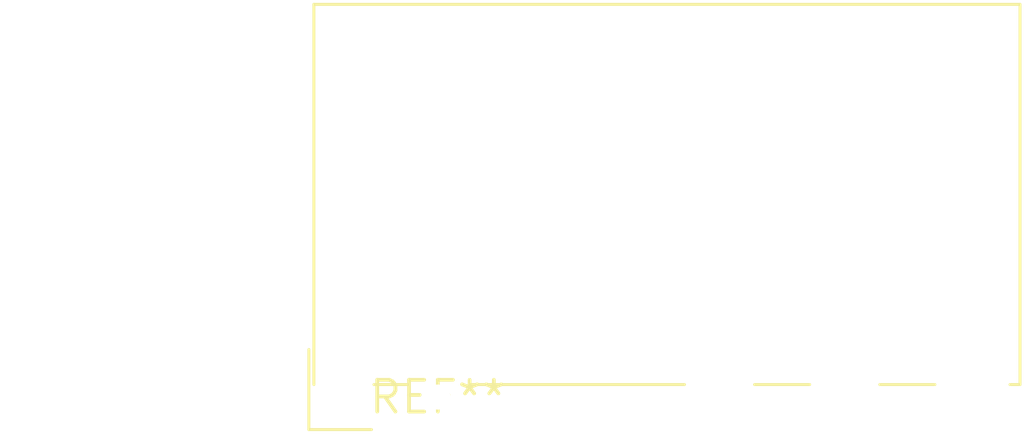
<source format=kicad_pcb>
(kicad_pcb (version 20240108) (generator pcbnew)
  (layers (0 "F.Cu" signal) (31 "B.Cu" signal) (34 "B.Paste" user) (35 "F.Paste" user) (36 "B.SilkS" user "B.Silkscreen") (37 "F.SilkS" user "F.Silkscreen") (38 "B.Mask" user) (39 "F.Mask" user) (44 "Edge.Cuts" user))
  (net 0 "")
  (footprint "Relay_SPDT_Finder_34.51_Horizontal" (layer "F.Cu") (at 0 0)
    (property "Reference" "REF**")
    (property "Value" "Relay_SPDT_Finder_34.51_Horizontal")
    (fp_line (start -5.15 -1.9) (end -5.15 1.3) (layer "F.SilkS") (stroke (width 0.12)))
    (fp_line (start -5.15 1.3) (end -2.65 1.3) (layer "F.SilkS") (stroke (width 0.12)))
    (fp_line (start -4.95 -15.7) (end 23.25 -15.7) (layer "F.SilkS") (stroke (width 0.12)))
    (fp_line (start -4.95 -0.5) (end -4.95 -15.7) (layer "F.SilkS") (stroke (width 0.12)))
    (fp_line (start -1.25 -0.5) (end -2.55 -0.5) (layer "F.SilkS") (stroke (width 0.12)))
    (fp_line (start 9.85 -0.5) (end 1.25 -0.5) (layer "F.SilkS") (stroke (width 0.12)))
    (fp_line (start 14.85 -0.5) (end 12.65 -0.5) (layer "F.SilkS") (stroke (width 0.12)))
    (fp_line (start 19.85 -0.5) (end 17.65 -0.5) (layer "F.SilkS") (stroke (width 0.12)))
    (fp_line (start 23.25 -15.7) (end 23.25 -0.5) (layer "F.SilkS") (stroke (width 0.12)))
    (fp_line (start 23.25 -0.5) (end 22.85 -0.5) (layer "F.SilkS") (stroke (width 0.12)))
    (pad "11" thru_hole circle (at 16.25 0) (size 2.4 2.4) (drill 1.3) (layers *.Cu *.Mask) (remove_unused_layers))
    (pad "12" thru_hole circle (at 11.25 0) (size 2.4 2.4) (drill 1.3) (layers *.Cu *.Mask) (remove_unused_layers))
    (pad "14" thru_hole circle (at 21.25 0) (size 2.4 2.4) (drill 1.3) (layers *.Cu *.Mask) (remove_unused_layers))
    (pad "A1" thru_hole rect (at 0 0) (size 2 2) (drill 1) (layers *.Cu *.Mask) (remove_unused_layers))
    (pad "A2" thru_hole circle (at -3.75 0) (size 2 2) (drill 1) (layers *.Cu *.Mask) (remove_unused_layers))
  )
)
</source>
